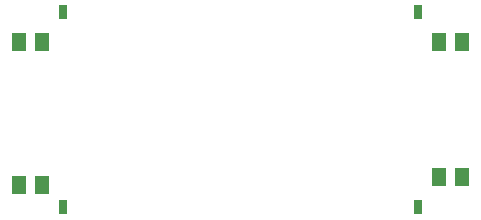
<source format=gtp>
G75*
%MOIN*%
%OFA0B0*%
%FSLAX24Y24*%
%IPPOS*%
%LPD*%
%AMOC8*
5,1,8,0,0,1.08239X$1,22.5*
%
%ADD10R,0.0512X0.0630*%
%ADD11R,0.0250X0.0500*%
D10*
X003286Y007910D03*
X004034Y007910D03*
X004034Y012660D03*
X003286Y012660D03*
X017286Y012660D03*
X018034Y012660D03*
X018034Y008160D03*
X017286Y008160D03*
D11*
X004754Y007160D03*
X004754Y013660D03*
X016566Y013660D03*
X016566Y007160D03*
M02*

</source>
